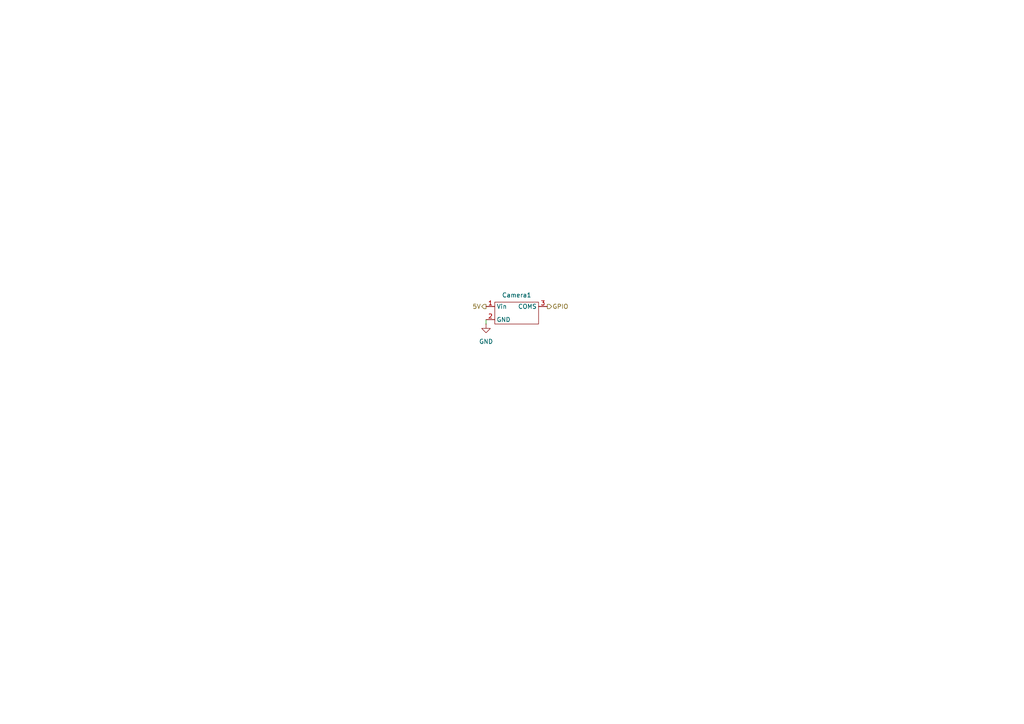
<source format=kicad_sch>
(kicad_sch
	(version 20250114)
	(generator "eeschema")
	(generator_version "9.0")
	(uuid "65777ff7-dee1-4bdd-9bc1-e49a5983967d")
	(paper "A4")
	(lib_symbols
		(symbol "Power Distribution Library:Camera"
			(exclude_from_sim no)
			(in_bom yes)
			(on_board yes)
			(property "Reference" "Camera"
				(at -0.254 -4.826 0)
				(effects
					(font
						(size 1.27 1.27)
					)
				)
			)
			(property "Value" ""
				(at 0 0 0)
				(effects
					(font
						(size 1.27 1.27)
					)
				)
			)
			(property "Footprint" ""
				(at 0 0 0)
				(effects
					(font
						(size 1.27 1.27)
					)
					(hide yes)
				)
			)
			(property "Datasheet" ""
				(at 0 0 0)
				(effects
					(font
						(size 1.27 1.27)
					)
					(hide yes)
				)
			)
			(property "Description" ""
				(at 0 0 0)
				(effects
					(font
						(size 1.27 1.27)
					)
					(hide yes)
				)
			)
			(symbol "Camera_0_1"
				(rectangle
					(start -6.35 -6.35)
					(end 6.35 -12.7)
					(stroke
						(width 0)
						(type default)
					)
					(fill
						(type none)
					)
				)
			)
			(symbol "Camera_1_1"
				(pin power_in line
					(at -8.89 -7.62 0)
					(length 2.54)
					(name "Vin"
						(effects
							(font
								(size 1.27 1.27)
							)
						)
					)
					(number "1"
						(effects
							(font
								(size 1.27 1.27)
							)
						)
					)
				)
				(pin power_in line
					(at -8.89 -11.43 0)
					(length 2.54)
					(name "GND"
						(effects
							(font
								(size 1.27 1.27)
							)
						)
					)
					(number "2"
						(effects
							(font
								(size 1.27 1.27)
							)
						)
					)
				)
				(pin input line
					(at 8.89 -7.62 180)
					(length 2.54)
					(name "COMS"
						(effects
							(font
								(size 1.27 1.27)
							)
						)
					)
					(number "3"
						(effects
							(font
								(size 1.27 1.27)
							)
						)
					)
				)
			)
			(embedded_fonts no)
		)
		(symbol "power:GND"
			(power)
			(pin_numbers
				(hide yes)
			)
			(pin_names
				(offset 0)
				(hide yes)
			)
			(exclude_from_sim no)
			(in_bom yes)
			(on_board yes)
			(property "Reference" "#PWR"
				(at 0 -6.35 0)
				(effects
					(font
						(size 1.27 1.27)
					)
					(hide yes)
				)
			)
			(property "Value" "GND"
				(at 0 -3.81 0)
				(effects
					(font
						(size 1.27 1.27)
					)
				)
			)
			(property "Footprint" ""
				(at 0 0 0)
				(effects
					(font
						(size 1.27 1.27)
					)
					(hide yes)
				)
			)
			(property "Datasheet" ""
				(at 0 0 0)
				(effects
					(font
						(size 1.27 1.27)
					)
					(hide yes)
				)
			)
			(property "Description" "Power symbol creates a global label with name \"GND\" , ground"
				(at 0 0 0)
				(effects
					(font
						(size 1.27 1.27)
					)
					(hide yes)
				)
			)
			(property "ki_keywords" "global power"
				(at 0 0 0)
				(effects
					(font
						(size 1.27 1.27)
					)
					(hide yes)
				)
			)
			(symbol "GND_0_1"
				(polyline
					(pts
						(xy 0 0) (xy 0 -1.27) (xy 1.27 -1.27) (xy 0 -2.54) (xy -1.27 -1.27) (xy 0 -1.27)
					)
					(stroke
						(width 0)
						(type default)
					)
					(fill
						(type none)
					)
				)
			)
			(symbol "GND_1_1"
				(pin power_in line
					(at 0 0 270)
					(length 0)
					(name "~"
						(effects
							(font
								(size 1.27 1.27)
							)
						)
					)
					(number "1"
						(effects
							(font
								(size 1.27 1.27)
							)
						)
					)
				)
			)
			(embedded_fonts no)
		)
	)
	(wire
		(pts
			(xy 140.97 92.71) (xy 140.97 93.98)
		)
		(stroke
			(width 0)
			(type default)
		)
		(uuid "9d2ba056-5605-4e13-8a8b-506bbc7c19ff")
	)
	(hierarchical_label "GPIO"
		(shape output)
		(at 158.75 88.9 0)
		(effects
			(font
				(size 1.27 1.27)
			)
			(justify left)
		)
		(uuid "8d4c3273-e410-4ebe-a2c0-a669094082ff")
	)
	(hierarchical_label "5V"
		(shape output)
		(at 140.97 88.9 180)
		(effects
			(font
				(size 1.27 1.27)
			)
			(justify right)
		)
		(uuid "ced923eb-fe1b-47f5-a7a1-303b2ea340d6")
	)
	(symbol
		(lib_id "Power Distribution Library:Camera")
		(at 149.86 81.28 0)
		(unit 1)
		(exclude_from_sim no)
		(in_bom yes)
		(on_board yes)
		(dnp no)
		(uuid "52a87d41-f767-4599-8038-847d762d952f")
		(property "Reference" "Camera1"
			(at 149.86 85.598 0)
			(effects
				(font
					(size 1.27 1.27)
				)
			)
		)
		(property "Value" "~"
			(at 149.86 85.09 0)
			(effects
				(font
					(size 1.27 1.27)
				)
				(hide yes)
			)
		)
		(property "Footprint" ""
			(at 149.86 81.28 0)
			(effects
				(font
					(size 1.27 1.27)
				)
				(hide yes)
			)
		)
		(property "Datasheet" ""
			(at 149.86 81.28 0)
			(effects
				(font
					(size 1.27 1.27)
				)
				(hide yes)
			)
		)
		(property "Description" ""
			(at 149.86 81.28 0)
			(effects
				(font
					(size 1.27 1.27)
				)
				(hide yes)
			)
		)
		(pin "3"
			(uuid "b5603764-48e3-4e39-b094-68e8583896f8")
		)
		(pin "1"
			(uuid "3a847c46-4860-4af6-b5b3-d665022312f8")
		)
		(pin "2"
			(uuid "1ad0746f-9fb3-4e4b-96ee-698a406532d6")
		)
		(instances
			(project "Basic Power Distribution"
				(path "/806c945d-80a3-4a32-a262-566a8b69f4ec/d3236411-8c17-4305-bf7b-d97ed32eae5b"
					(reference "Camera1")
					(unit 1)
				)
			)
		)
	)
	(symbol
		(lib_id "power:GND")
		(at 140.97 93.98 0)
		(unit 1)
		(exclude_from_sim no)
		(in_bom yes)
		(on_board yes)
		(dnp no)
		(fields_autoplaced yes)
		(uuid "57a15a04-f0e7-4ea4-a76a-1b5de76a21ab")
		(property "Reference" "#PWR038"
			(at 140.97 100.33 0)
			(effects
				(font
					(size 1.27 1.27)
				)
				(hide yes)
			)
		)
		(property "Value" "GND"
			(at 140.97 99.06 0)
			(effects
				(font
					(size 1.27 1.27)
				)
			)
		)
		(property "Footprint" ""
			(at 140.97 93.98 0)
			(effects
				(font
					(size 1.27 1.27)
				)
				(hide yes)
			)
		)
		(property "Datasheet" ""
			(at 140.97 93.98 0)
			(effects
				(font
					(size 1.27 1.27)
				)
				(hide yes)
			)
		)
		(property "Description" "Power symbol creates a global label with name \"GND\" , ground"
			(at 140.97 93.98 0)
			(effects
				(font
					(size 1.27 1.27)
				)
				(hide yes)
			)
		)
		(pin "1"
			(uuid "bdb25116-1fc5-4dd1-a667-00b978027bfd")
		)
		(instances
			(project "Basic Power Distribution"
				(path "/806c945d-80a3-4a32-a262-566a8b69f4ec/d3236411-8c17-4305-bf7b-d97ed32eae5b"
					(reference "#PWR038")
					(unit 1)
				)
			)
		)
	)
)

</source>
